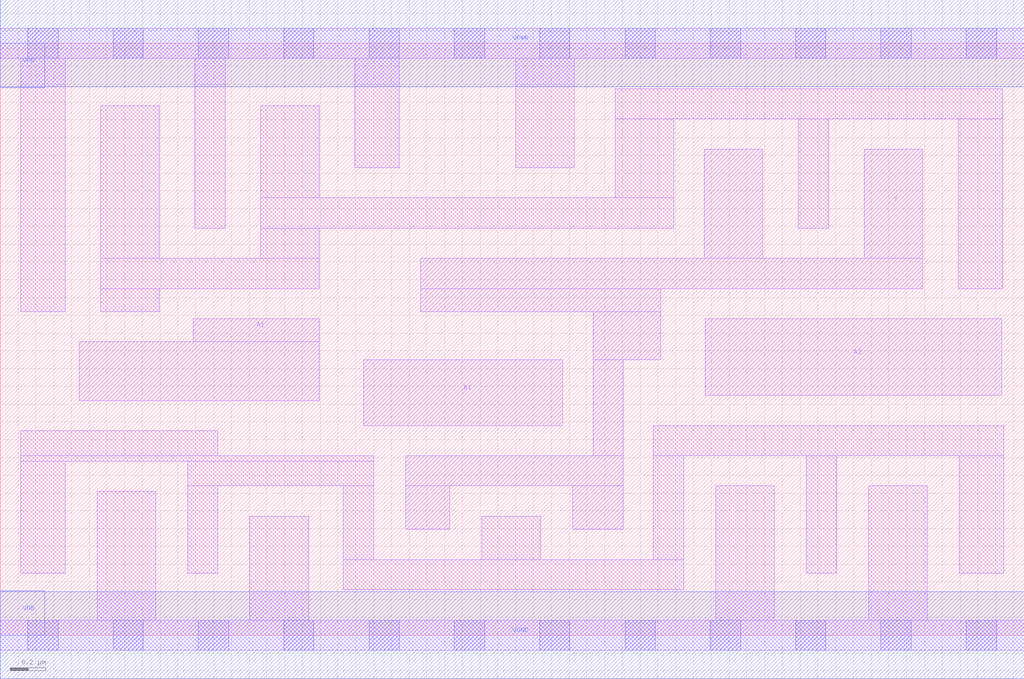
<source format=lef>
# Copyright 2020 The SkyWater PDK Authors
#
# Licensed under the Apache License, Version 2.0 (the "License");
# you may not use this file except in compliance with the License.
# You may obtain a copy of the License at
#
#     https://www.apache.org/licenses/LICENSE-2.0
#
# Unless required by applicable law or agreed to in writing, software
# distributed under the License is distributed on an "AS IS" BASIS,
# WITHOUT WARRANTIES OR CONDITIONS OF ANY KIND, either express or implied.
# See the License for the specific language governing permissions and
# limitations under the License.
#
# SPDX-License-Identifier: Apache-2.0

VERSION 5.5 ;
NAMESCASESENSITIVE ON ;
BUSBITCHARS "[]" ;
DIVIDERCHAR "/" ;
MACRO sky130_fd_sc_ms__o21ai_4
  CLASS CORE ;
  SOURCE USER ;
  ORIGIN  0.000000  0.000000 ;
  SIZE  5.760000 BY  3.330000 ;
  SYMMETRY X Y ;
  SITE unit ;
  PIN A1
    ANTENNAGATEAREA  1.116000 ;
    DIRECTION INPUT ;
    USE SIGNAL ;
    PORT
      LAYER li1 ;
        RECT 0.445000 1.320000 1.795000 1.650000 ;
        RECT 1.085000 1.650000 1.795000 1.780000 ;
    END
  END A1
  PIN A2
    ANTENNAGATEAREA  1.116000 ;
    DIRECTION INPUT ;
    USE SIGNAL ;
    PORT
      LAYER li1 ;
        RECT 3.965000 1.350000 5.635000 1.780000 ;
    END
  END A2
  PIN B1
    ANTENNAGATEAREA  0.780000 ;
    DIRECTION INPUT ;
    USE SIGNAL ;
    PORT
      LAYER li1 ;
        RECT 2.045000 1.180000 3.165000 1.550000 ;
    END
  END B1
  PIN Y
    ANTENNADIFFAREA  1.478400 ;
    DIRECTION OUTPUT ;
    USE SIGNAL ;
    PORT
      LAYER li1 ;
        RECT 2.280000 0.595000 2.530000 0.840000 ;
        RECT 2.280000 0.840000 3.505000 1.010000 ;
        RECT 2.365000 1.820000 3.715000 1.950000 ;
        RECT 2.365000 1.950000 5.190000 2.120000 ;
        RECT 3.220000 0.595000 3.505000 0.840000 ;
        RECT 3.335000 1.010000 3.505000 1.550000 ;
        RECT 3.335000 1.550000 3.715000 1.820000 ;
        RECT 3.960000 2.120000 4.290000 2.735000 ;
        RECT 4.860000 2.120000 5.190000 2.735000 ;
    END
  END Y
  PIN VGND
    DIRECTION INOUT ;
    USE GROUND ;
    PORT
      LAYER met1 ;
        RECT 0.000000 -0.245000 5.760000 0.245000 ;
    END
  END VGND
  PIN VNB
    DIRECTION INOUT ;
    USE GROUND ;
    PORT
      LAYER met1 ;
        RECT 0.000000 0.000000 0.250000 0.250000 ;
    END
  END VNB
  PIN VPB
    DIRECTION INOUT ;
    USE POWER ;
    PORT
      LAYER met1 ;
        RECT 0.000000 3.080000 0.250000 3.330000 ;
    END
  END VPB
  PIN VPWR
    DIRECTION INOUT ;
    USE POWER ;
    PORT
      LAYER met1 ;
        RECT 0.000000 3.085000 5.760000 3.575000 ;
    END
  END VPWR
  OBS
    LAYER li1 ;
      RECT 0.000000 -0.085000 5.760000 0.085000 ;
      RECT 0.000000  3.245000 5.760000 3.415000 ;
      RECT 0.115000  0.350000 0.365000 0.980000 ;
      RECT 0.115000  0.980000 2.100000 1.010000 ;
      RECT 0.115000  1.010000 1.225000 1.150000 ;
      RECT 0.115000  1.820000 0.365000 3.245000 ;
      RECT 0.545000  0.085000 0.875000 0.810000 ;
      RECT 0.565000  1.820000 0.895000 1.950000 ;
      RECT 0.565000  1.950000 1.795000 2.120000 ;
      RECT 0.565000  2.120000 0.895000 2.980000 ;
      RECT 1.055000  0.350000 1.225000 0.840000 ;
      RECT 1.055000  0.840000 2.100000 0.980000 ;
      RECT 1.095000  2.290000 1.265000 3.245000 ;
      RECT 1.405000  0.085000 1.735000 0.670000 ;
      RECT 1.465000  2.120000 1.795000 2.290000 ;
      RECT 1.465000  2.290000 3.790000 2.460000 ;
      RECT 1.465000  2.460000 1.795000 2.980000 ;
      RECT 1.930000  0.255000 3.845000 0.425000 ;
      RECT 1.930000  0.425000 2.100000 0.840000 ;
      RECT 1.995000  2.630000 2.245000 3.245000 ;
      RECT 2.710000  0.425000 3.040000 0.670000 ;
      RECT 2.900000  2.630000 3.230000 3.245000 ;
      RECT 3.460000  2.460000 3.790000 2.905000 ;
      RECT 3.460000  2.905000 5.640000 3.075000 ;
      RECT 3.675000  0.425000 3.845000 1.010000 ;
      RECT 3.675000  1.010000 5.645000 1.180000 ;
      RECT 4.025000  0.085000 4.355000 0.840000 ;
      RECT 4.490000  2.290000 4.660000 2.905000 ;
      RECT 4.535000  0.350000 4.705000 1.010000 ;
      RECT 4.885000  0.085000 5.215000 0.840000 ;
      RECT 5.390000  1.950000 5.640000 2.905000 ;
      RECT 5.395000  0.350000 5.645000 1.010000 ;
    LAYER mcon ;
      RECT 0.155000 -0.085000 0.325000 0.085000 ;
      RECT 0.155000  3.245000 0.325000 3.415000 ;
      RECT 0.635000 -0.085000 0.805000 0.085000 ;
      RECT 0.635000  3.245000 0.805000 3.415000 ;
      RECT 1.115000 -0.085000 1.285000 0.085000 ;
      RECT 1.115000  3.245000 1.285000 3.415000 ;
      RECT 1.595000 -0.085000 1.765000 0.085000 ;
      RECT 1.595000  3.245000 1.765000 3.415000 ;
      RECT 2.075000 -0.085000 2.245000 0.085000 ;
      RECT 2.075000  3.245000 2.245000 3.415000 ;
      RECT 2.555000 -0.085000 2.725000 0.085000 ;
      RECT 2.555000  3.245000 2.725000 3.415000 ;
      RECT 3.035000 -0.085000 3.205000 0.085000 ;
      RECT 3.035000  3.245000 3.205000 3.415000 ;
      RECT 3.515000 -0.085000 3.685000 0.085000 ;
      RECT 3.515000  3.245000 3.685000 3.415000 ;
      RECT 3.995000 -0.085000 4.165000 0.085000 ;
      RECT 3.995000  3.245000 4.165000 3.415000 ;
      RECT 4.475000 -0.085000 4.645000 0.085000 ;
      RECT 4.475000  3.245000 4.645000 3.415000 ;
      RECT 4.955000 -0.085000 5.125000 0.085000 ;
      RECT 4.955000  3.245000 5.125000 3.415000 ;
      RECT 5.435000 -0.085000 5.605000 0.085000 ;
      RECT 5.435000  3.245000 5.605000 3.415000 ;
  END
END sky130_fd_sc_ms__o21ai_4
END LIBRARY

</source>
